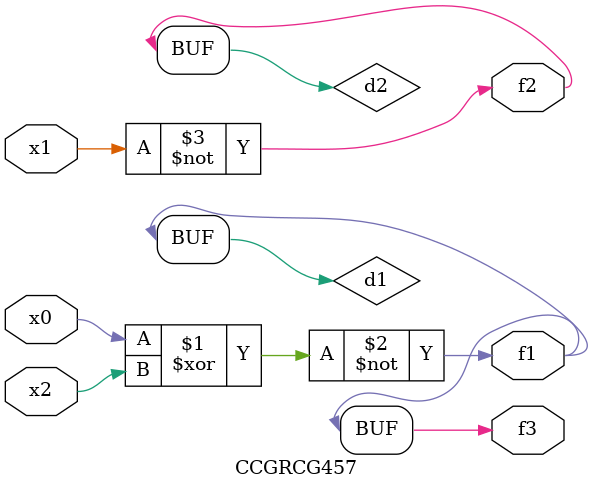
<source format=v>
module CCGRCG457(
	input x0, x1, x2,
	output f1, f2, f3
);

	wire d1, d2, d3;

	xnor (d1, x0, x2);
	nand (d2, x1);
	nor (d3, x1, x2);
	assign f1 = d1;
	assign f2 = d2;
	assign f3 = d1;
endmodule

</source>
